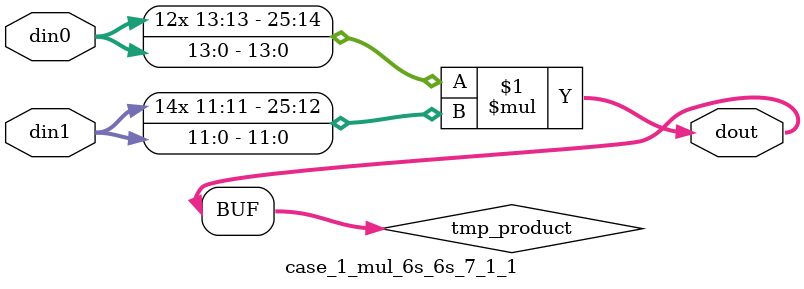
<source format=v>

`timescale 1 ns / 1 ps

 module case_1_mul_6s_6s_7_1_1(din0, din1, dout);
parameter ID = 1;
parameter NUM_STAGE = 0;
parameter din0_WIDTH = 14;
parameter din1_WIDTH = 12;
parameter dout_WIDTH = 26;

input [din0_WIDTH - 1 : 0] din0; 
input [din1_WIDTH - 1 : 0] din1; 
output [dout_WIDTH - 1 : 0] dout;

wire signed [dout_WIDTH - 1 : 0] tmp_product;



























assign tmp_product = $signed(din0) * $signed(din1);








assign dout = tmp_product;





















endmodule

</source>
